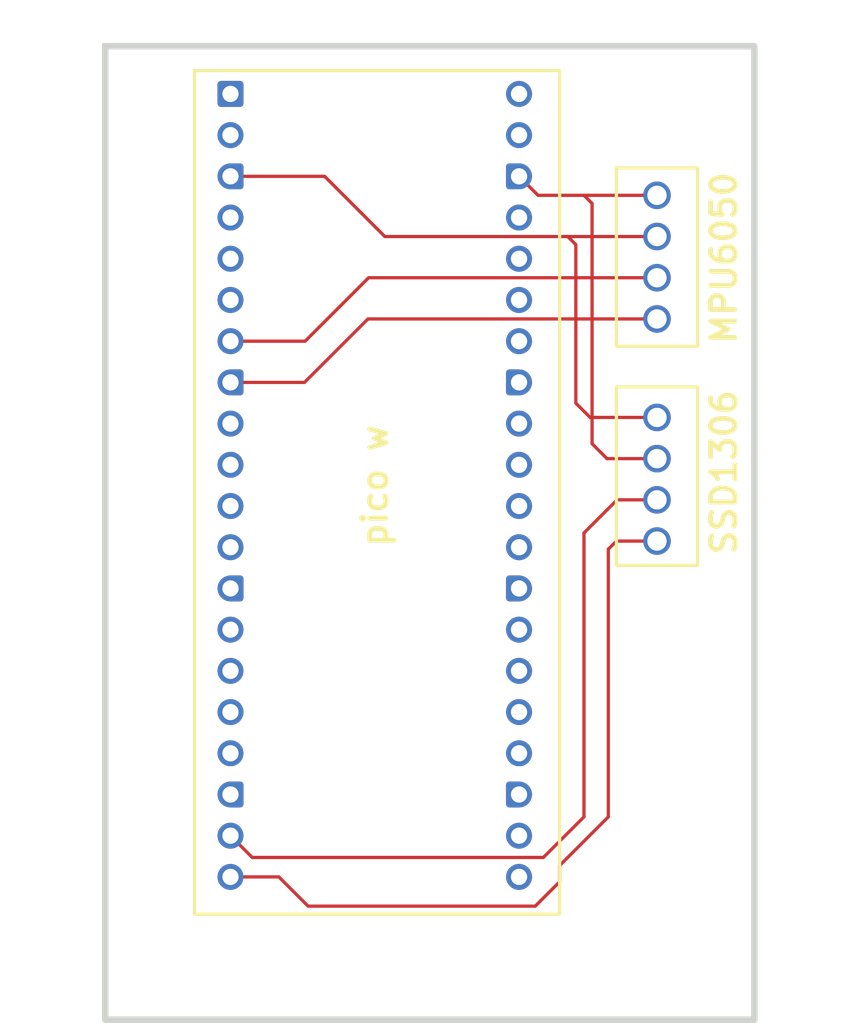
<source format=kicad_pcb>
(kicad_pcb (version 20241229) (generator "pcbnew") (generator_version "9.0")
  (layers (0 "F.Cu" signal) (2 "B.Cu" signal) (13 "F.Paste" user) (15 "B.Paste" user) (5 "F.SilkS" user "F.Silkscreen") (7 "B.SilkS" user "B.Silkscreen") (1 "F.Mask" user) (3 "B.Mask" user) (25 "Edge.Cuts" user))
  (net 0 "")
  (footprint "MountingHole:MountingHole_2.2mm_M2" (layer "F.Cu") (at 135 131)
    (property "Reference" "REF**" (hide yes))
    (property "Value" "MountingHole_2.2mm_M2")
    (pad "" np_thru_hole circle (at 0 0) (size 2.2 2.2) (drill 2.2) (layers "*.Cu" "*.Mask"))
  )
  (footprint "" (layer "F.Cu") (at 139.72 107.92)
    (property "Reference" "" (at 0 0 0) (layer "F.SilkS") (effects (font (size 1.27 1.27))))
    (property "Value" "")
    (pad "13" thru_hole custom (at 0 0) (size 1.6 1.6) (drill 1) (layers "*.Cu" "*.Mask") (options (clearance outline) (anchor circle)) (primitives (gr_poly (pts (xy 0.8 0.6) (xy 0.8 -0.6) (xy 0.6 -0.8) (xy 0 -0.8) (xy 0 0.8) (xy 0.6 0.8)) (width 0) (fill yes)) (gr_circle (center 0.6 0.6) (end 0.8 0.6) (width 0) (fill yes)) (gr_circle (center 0.6 -0.6) (end 0.8 -0.6) (width 0) (fill yes))))
  )
  (footprint "" (layer "F.Cu") (at 157.5 107.92)
    (property "Reference" "" (at 0 0 0) (layer "F.SilkS") (effects (font (size 1.27 1.27))))
    (property "Value" "")
    (pad "28" thru_hole custom (at 0 0) (size 1.6 1.6) (drill 1) (layers "*.Cu" "*.Mask") (options (clearance outline) (anchor circle)) (primitives (gr_poly (pts (xy -0.8 0.6) (xy -0.8 -0.6) (xy -0.6 -0.8) (xy 0 -0.8) (xy 0 0.8) (xy -0.6 0.8)) (width 0) (fill yes)) (gr_circle (center -0.6 0.6) (end -0.4 0.6) (width 0) (fill yes)) (gr_circle (center -0.6 -0.6) (end -0.4 -0.6) (width 0) (fill yes))))
  )
  (footprint "" (layer "F.Cu") (at 139.72 105.38)
    (property "Reference" "" (at 0 0 0) (layer "F.SilkS") (effects (font (size 1.27 1.27))))
    (property "Value" "")
    (pad "12" thru_hole circle (at 0 0) (size 1.6 1.6) (drill 1) (layers "*.Cu" "*.Mask"))
  )
  (footprint "" (layer "F.Cu") (at 157.5 87.6)
    (property "Reference" "" (at 0 0 0) (layer "F.SilkS") (effects (font (size 1.27 1.27))))
    (property "Value" "")
    (pad "36" thru_hole circle (at 0 0) (size 1.6 1.6) (drill 1) (layers "*.Cu" "*.Mask"))
  )
  (footprint "" (layer "F.Cu") (at 157.5 90.14)
    (property "Reference" "" (at 0 0 0) (layer "F.SilkS") (effects (font (size 1.27 1.27))))
    (property "Value" "")
    (pad "35" thru_hole circle (at 0 0) (size 1.6 1.6) (drill 1) (layers "*.Cu" "*.Mask"))
  )
  (footprint "" (layer "F.Cu") (at 157.5 105.38)
    (property "Reference" "" (at 0 0 0) (layer "F.SilkS") (effects (font (size 1.27 1.27))))
    (property "Value" "")
    (pad "29" thru_hole circle (at 0 0) (size 1.6 1.6) (drill 1) (layers "*.Cu" "*.Mask"))
  )
  (footprint "" (layer "F.Cu") (at 157.5 95.22)
    (property "Reference" "" (at 0 0 0) (layer "F.SilkS") (effects (font (size 1.27 1.27))))
    (property "Value" "")
    (pad "33" thru_hole custom (at 0 0) (size 1.6 1.6) (drill 1) (layers "*.Cu" "*.Mask") (options (clearance outline) (anchor circle)) (primitives (gr_poly (pts (xy -0.8 0.6) (xy -0.8 -0.6) (xy -0.6 -0.8) (xy 0 -0.8) (xy 0 0.8) (xy -0.6 0.8)) (width 0) (fill yes)) (gr_circle (center -0.6 0.6) (end -0.4 0.6) (width 0) (fill yes)) (gr_circle (center -0.6 -0.6) (end -0.4 -0.6) (width 0) (fill yes))))
  )
  (footprint "" (layer "F.Cu") (at 139.72 115.54)
    (property "Reference" "" (at 0 0 0) (layer "F.SilkS") (effects (font (size 1.27 1.27))))
    (property "Value" "")
    (pad "16" thru_hole circle (at 0 0) (size 1.6 1.6) (drill 1) (layers "*.Cu" "*.Mask"))
  )
  (footprint "" (layer "F.Cu") (at 139.72 102.84)
    (property "Reference" "" (at 0 0 0) (layer "F.SilkS") (effects (font (size 1.27 1.27))))
    (property "Value" "")
    (pad "11" thru_hole circle (at 0 0) (size 1.6 1.6) (drill 1) (layers "*.Cu" "*.Mask"))
  )
  (footprint "" (layer "F.Cu") (at 139.72 92.68)
    (property "Reference" "" (at 0 0 0) (layer "F.SilkS") (effects (font (size 1.27 1.27))))
    (property "Value" "")
    (pad "7" thru_hole circle (at 0 0) (size 1.6 1.6) (drill 1) (layers "*.Cu" "*.Mask"))
  )
  (footprint "" (layer "F.Cu") (at 157.5 102.84)
    (property "Reference" "" (at 0 0 0) (layer "F.SilkS") (effects (font (size 1.27 1.27))))
    (property "Value" "")
    (pad "30" thru_hole circle (at 0 0) (size 1.6 1.6) (drill 1) (layers "*.Cu" "*.Mask"))
  )
  (footprint "" (layer "F.Cu") (at 139.72 123.16)
    (property "Reference" "" (at 0 0 0) (layer "F.SilkS") (effects (font (size 1.27 1.27))))
    (property "Value" "")
    (pad "19" thru_hole circle (at 0 0) (size 1.6 1.6) (drill 1) (layers "*.Cu" "*.Mask"))
  )
  (footprint "" (layer "F.Cu") (at 157.5 113)
    (property "Reference" "" (at 0 0 0) (layer "F.SilkS") (effects (font (size 1.27 1.27))))
    (property "Value" "")
    (pad "26" thru_hole circle (at 0 0) (size 1.6 1.6) (drill 1) (layers "*.Cu" "*.Mask"))
  )
  (footprint "" (layer "F.Cu") (at 139.72 125.7)
    (property "Reference" "" (at 0 0 0) (layer "F.SilkS") (effects (font (size 1.27 1.27))))
    (property "Value" "")
    (pad "20" thru_hole circle (at 0 0) (size 1.6 1.6) (drill 1) (layers "*.Cu" "*.Mask"))
  )
  (footprint "" (layer "F.Cu") (at 139.72 85.06)
    (property "Reference" "" (at 0 0 0) (layer "F.SilkS") (effects (font (size 1.27 1.27))))
    (property "Value" "")
    (pad "4" thru_hole circle (at 0 0) (size 1.6 1.6) (drill 1) (layers "*.Cu" "*.Mask"))
  )
  (footprint "" (layer "F.Cu") (at 139.72 82.52)
    (property "Reference" "" (at 0 0 0) (layer "F.SilkS") (effects (font (size 1.27 1.27))))
    (property "Value" "")
    (pad "3" thru_hole custom (at 0 0) (size 1.6 1.6) (drill 1) (layers "*.Cu" "*.Mask") (options (clearance outline) (anchor circle)) (primitives (gr_poly (pts (xy 0.8 0.6) (xy 0.8 -0.6) (xy 0.6 -0.8) (xy 0 -0.8) (xy 0 0.8) (xy 0.6 0.8)) (width 0) (fill yes)) (gr_circle (center 0.6 0.6) (end 0.8 0.6) (width 0) (fill yes)) (gr_circle (center 0.6 -0.6) (end 0.8 -0.6) (width 0) (fill yes))))
  )
  (footprint "" (layer "F.Cu") (at 157.5 77.44)
    (property "Reference" "" (at 0 0 0) (layer "F.SilkS") (effects (font (size 1.27 1.27))))
    (property "Value" "")
    (pad "40" thru_hole circle (at 0 0) (size 1.6 1.6) (drill 1) (layers "*.Cu" "*.Mask"))
  )
  (footprint "" (layer "F.Cu") (at 157.5 125.7)
    (property "Reference" "" (at 0 0 0) (layer "F.SilkS") (effects (font (size 1.27 1.27))))
    (property "Value" "")
    (pad "21" thru_hole circle (at 0 0) (size 1.6 1.6) (drill 1) (layers "*.Cu" "*.Mask"))
  )
  (footprint "" (layer "F.Cu") (at 139.72 120.62)
    (property "Reference" "" (at 0 0 0) (layer "F.SilkS") (effects (font (size 1.27 1.27))))
    (property "Value" "")
    (pad "18" thru_hole custom (at 0 0) (size 1.6 1.6) (drill 1) (layers "*.Cu" "*.Mask") (options (clearance outline) (anchor circle)) (primitives (gr_poly (pts (xy 0.8 0.6) (xy 0.8 -0.6) (xy 0.6 -0.8) (xy 0 -0.8) (xy 0 0.8) (xy 0.6 0.8)) (width 0) (fill yes)) (gr_circle (center 0.6 0.6) (end 0.8 0.6) (width 0) (fill yes)) (gr_circle (center 0.6 -0.6) (end 0.8 -0.6) (width 0) (fill yes))))
  )
  (footprint "" (layer "F.Cu") (at 157.5 92.68)
    (property "Reference" "" (at 0 0 0) (layer "F.SilkS") (effects (font (size 1.27 1.27))))
    (property "Value" "")
    (pad "34" thru_hole circle (at 0 0) (size 1.6 1.6) (drill 1) (layers "*.Cu" "*.Mask"))
  )
  (footprint "" (layer "F.Cu") (at 139.72 77.44)
    (property "Reference" "" (at 0 0 0) (layer "F.SilkS") (effects (font (size 1.27 1.27))))
    (property "Value" "")
    (pad "1" thru_hole roundrect (at 0 0) (size 1.6 1.6) (drill 1) (layers "*.Cu" "*.Mask") (roundrect_rratio 0.125))
  )
  (footprint "" (layer "F.Cu") (at 139.72 97.76)
    (property "Reference" "" (at 0 0 0) (layer "F.SilkS") (effects (font (size 1.27 1.27))))
    (property "Value" "")
    (pad "9" thru_hole circle (at 0 0) (size 1.6 1.6) (drill 1) (layers "*.Cu" "*.Mask"))
  )
  (footprint "MountingHole:MountingHole_2.2mm_M2" (layer "F.Cu") (at 168 131)
    (property "Reference" "REF**" (hide yes))
    (property "Value" "MountingHole_2.2mm_M2")
    (pad "" np_thru_hole circle (at 0 0) (size 2.2 2.2) (drill 2.2) (layers "*.Cu" "*.Mask"))
  )
  (footprint "" (layer "F.Cu") (at 157.5 82.52)
    (property "Reference" "" (at 0 0 0) (layer "F.SilkS") (effects (font (size 1.27 1.27))))
    (property "Value" "")
    (pad "38" thru_hole custom (at 0 0) (size 1.6 1.6) (drill 1) (layers "*.Cu" "*.Mask") (options (clearance outline) (anchor circle)) (primitives (gr_poly (pts (xy -0.8 0.6) (xy -0.8 -0.6) (xy -0.6 -0.8) (xy 0 -0.8) (xy 0 0.8) (xy -0.6 0.8)) (width 0) (fill yes)) (gr_circle (center -0.6 0.6) (end -0.4 0.6) (width 0) (fill yes)) (gr_circle (center -0.6 -0.6) (end -0.4 -0.6) (width 0) (fill yes))))
  )
  (footprint "" (layer "F.Cu") (at 139.72 113)
    (property "Reference" "" (at 0 0 0) (layer "F.SilkS") (effects (font (size 1.27 1.27))))
    (property "Value" "")
    (pad "15" thru_hole circle (at 0 0) (size 1.6 1.6) (drill 1) (layers "*.Cu" "*.Mask"))
  )
  (footprint "" (layer "F.Cu") (at 157.5 110.46)
    (property "Reference" "" (at 0 0 0) (layer "F.SilkS") (effects (font (size 1.27 1.27))))
    (property "Value" "")
    (pad "27" thru_hole circle (at 0 0) (size 1.6 1.6) (drill 1) (layers "*.Cu" "*.Mask"))
  )
  (footprint "" (layer "F.Cu") (at 157.5 79.98)
    (property "Reference" "" (at 0 0 0) (layer "F.SilkS") (effects (font (size 1.27 1.27))))
    (property "Value" "")
    (pad "39" thru_hole circle (at 0 0) (size 1.6 1.6) (drill 1) (layers "*.Cu" "*.Mask"))
  )
  (footprint "" (layer "F.Cu") (at 157.5 118.08)
    (property "Reference" "" (at 0 0 0) (layer "F.SilkS") (effects (font (size 1.27 1.27))))
    (property "Value" "")
    (pad "24" thru_hole circle (at 0 0) (size 1.6 1.6) (drill 1) (layers "*.Cu" "*.Mask"))
  )
  (footprint "" (layer "F.Cu") (at 157.5 120.62)
    (property "Reference" "" (at 0 0 0) (layer "F.SilkS") (effects (font (size 1.27 1.27))))
    (property "Value" "")
    (pad "23" thru_hole custom (at 0 0) (size 1.6 1.6) (drill 1) (layers "*.Cu" "*.Mask") (options (clearance outline) (anchor circle)) (primitives (gr_poly (pts (xy -0.8 0.6) (xy -0.8 -0.6) (xy -0.6 -0.8) (xy 0 -0.8) (xy 0 0.8) (xy -0.6 0.8)) (width 0) (fill yes)) (gr_circle (center -0.6 0.6) (end -0.4 0.6) (width 0) (fill yes)) (gr_circle (center -0.6 -0.6) (end -0.4 -0.6) (width 0) (fill yes))))
  )
  (footprint "" (layer "F.Cu") (at 139.72 95.22)
    (property "Reference" "" (at 0 0 0) (layer "F.SilkS") (effects (font (size 1.27 1.27))))
    (property "Value" "")
    (pad "8" thru_hole custom (at 0 0) (size 1.6 1.6) (drill 1) (layers "*.Cu" "*.Mask") (options (clearance outline) (anchor circle)) (primitives (gr_poly (pts (xy 0.8 0.6) (xy 0.8 -0.6) (xy 0.6 -0.8) (xy 0 -0.8) (xy 0 0.8) (xy 0.6 0.8)) (width 0) (fill yes)) (gr_circle (center 0.6 0.6) (end 0.8 0.6) (width 0) (fill yes)) (gr_circle (center 0.6 -0.6) (end 0.8 -0.6) (width 0) (fill yes))))
  )
  (footprint "" (layer "F.Cu") (at 157.5 85.06)
    (property "Reference" "" (at 0 0 0) (layer "F.SilkS") (effects (font (size 1.27 1.27))))
    (property "Value" "")
    (pad "37" thru_hole circle (at 0 0) (size 1.6 1.6) (drill 1) (layers "*.Cu" "*.Mask"))
  )
  (footprint "" (layer "F.Cu") (at 139.72 79.98)
    (property "Reference" "" (at 0 0 0) (layer "F.SilkS") (effects (font (size 1.27 1.27))))
    (property "Value" "")
    (pad "2" thru_hole circle (at 0 0) (size 1.6 1.6) (drill 1) (layers "*.Cu" "*.Mask"))
  )
  (footprint "" (layer "F.Cu") (at 139.72 87.6)
    (property "Reference" "" (at 0 0 0) (layer "F.SilkS") (effects (font (size 1.27 1.27))))
    (property "Value" "")
    (pad "5" thru_hole circle (at 0 0) (size 1.6 1.6) (drill 1) (layers "*.Cu" "*.Mask"))
  )
  (footprint "" (layer "F.Cu") (at 139.72 100.3)
    (property "Reference" "" (at 0 0 0) (layer "F.SilkS") (effects (font (size 1.27 1.27))))
    (property "Value" "")
    (pad "10" thru_hole circle (at 0 0) (size 1.6 1.6) (drill 1) (layers "*.Cu" "*.Mask"))
  )
  (footprint "" (layer "F.Cu") (at 157.5 123.16)
    (property "Reference" "" (at 0 0 0) (layer "F.SilkS") (effects (font (size 1.27 1.27))))
    (property "Value" "")
    (pad "22" thru_hole circle (at 0 0) (size 1.6 1.6) (drill 1) (layers "*.Cu" "*.Mask"))
  )
  (footprint "MountingHole:MountingHole_2.2mm_M2" (layer "F.Cu") (at 167.5 78)
    (property "Reference" "REF**" (hide yes))
    (property "Value" "MountingHole_2.2mm_M2")
    (pad "" np_thru_hole circle (at 0 0) (size 2.2 2.2) (drill 2.2) (layers "*.Cu" "*.Mask"))
  )
  (footprint "" (layer "F.Cu") (at 139.72 118.08)
    (property "Reference" "" (at 0 0 0) (layer "F.SilkS") (effects (font (size 1.27 1.27))))
    (property "Value" "")
    (pad "17" thru_hole circle (at 0 0) (size 1.6 1.6) (drill 1) (layers "*.Cu" "*.Mask"))
  )
  (footprint "MountingHole:MountingHole_2.2mm_M2" (layer "F.Cu") (at 135.5 78)
    (property "Reference" "REF**" (hide yes))
    (property "Value" "MountingHole_2.2mm_M2")
    (pad "" np_thru_hole circle (at 0 0) (size 2.2 2.2) (drill 2.2) (layers "*.Cu" "*.Mask"))
  )
  (footprint "" (layer "F.Cu") (at 157.5 97.76)
    (property "Reference" "" (at 0 0 0) (layer "F.SilkS") (effects (font (size 1.27 1.27))))
    (property "Value" "")
    (pad "32" thru_hole circle (at 0 0) (size 1.6 1.6) (drill 1) (layers "*.Cu" "*.Mask"))
  )
  (footprint "" (layer "F.Cu") (at 157.5 115.54)
    (property "Reference" "" (at 0 0 0) (layer "F.SilkS") (effects (font (size 1.27 1.27))))
    (property "Value" "")
    (pad "25" thru_hole circle (at 0 0) (size 1.6 1.6) (drill 1) (layers "*.Cu" "*.Mask"))
  )
  (footprint "" (layer "F.Cu") (at 139.72 110.46)
    (property "Reference" "" (at 0 0 0) (layer "F.SilkS") (effects (font (size 1.27 1.27))))
    (property "Value" "")
    (pad "14" thru_hole circle (at 0 0) (size 1.6 1.6) (drill 1) (layers "*.Cu" "*.Mask"))
  )
  (footprint "" (layer "F.Cu") (at 157.5 100.3)
    (property "Reference" "" (at 0 0 0) (layer "F.SilkS") (effects (font (size 1.27 1.27))))
    (property "Value" "")
    (pad "31" thru_hole circle (at 0 0) (size 1.6 1.6) (drill 1) (layers "*.Cu" "*.Mask"))
  )
  (footprint "" (layer "F.Cu") (at 139.72 90.14)
    (property "Reference" "" (at 0 0 0) (layer "F.SilkS") (effects (font (size 1.27 1.27))))
    (property "Value" "")
    (pad "6" thru_hole circle (at 0 0) (size 1.6 1.6) (drill 1) (layers "*.Cu" "*.Mask"))
  )
  (gr_rect (start 163.5 95.5) (end 168.5 106.5) (stroke (width 0.2)) (fill no) (layer "F.SilkS"))
  (gr_rect (start 163.5 82) (end 168.5 93) (stroke (width 0.2)) (fill no) (layer "F.SilkS"))
  (gr_rect (start 137.5 76) (end 160 128) (stroke (width 0.2)) (fill no) (layer "F.SilkS"))
  (gr_rect (start 132 74.5) (end 172 134.5) (stroke (width 0.4)) (fill no) (layer "Edge.Cuts"))
  (gr_text "SSD1306" (at 171 106 90) (layer "F.SilkS") (effects (font (size 1.5 1.5) (thickness 0.3) (bold yes)) (justify left bottom)))
  (gr_text "pico w" (at 149.5 105.5 90) (layer "F.SilkS") (effects (font (size 1.5 1.5) (thickness 0.3) (bold yes)) (justify left bottom)))
  (gr_text "MPU6050" (at 171 93 90) (layer "F.SilkS") (effects (font (size 1.5 1.5) (thickness 0.3) (bold yes)) (justify left bottom)))
  (segment (start 166 86.23) (end 160.5 86.23) (width 0.2) (layer "F.Cu") (net 0))
  (segment (start 166 91.31) (end 148.19 91.31) (width 0.2) (layer "F.Cu") (net 0))
  (segment (start 163 105.5) (end 163 122) (width 0.2) (layer "F.Cu") (net 0))
  (segment (start 161.5 122) (end 159 124.5) (width 0.2) (layer "F.Cu") (net 0))
  (segment (start 166 99.92) (end 162.92 99.92) (width 0.2) (layer "F.Cu") (net 0))
  (segment (start 144.28 95.22) (end 139.72 95.22) (width 0.2) (layer "F.Cu") (net 0))
  (segment (start 160 125) (end 160 126) (width 0.2) (layer "F.Cu") (net 0))
  (segment (start 142.7 125.7) (end 139.72 125.7) (width 0.2) (layer "F.Cu") (net 0))
  (segment (start 163.54 102.46) (end 161.5 104.5) (width 0.2) (layer "F.Cu") (net 0))
  (segment (start 166 97.38) (end 161.88 97.38) (width 0.2) (layer "F.Cu") (net 0))
  (segment (start 163.5 105) (end 163 105.5) (width 0.2) (layer "F.Cu") (net 0))
  (segment (start 161.88 97.38) (end 161 96.5) (width 0.2) (layer "F.Cu") (net 0))
  (segment (start 160.5 86.23) (end 149.23 86.23) (width 0.2) (layer "F.Cu") (net 0))
  (segment (start 158.5 127.5) (end 144.5 127.5) (width 0.2) (layer "F.Cu") (net 0))
  (segment (start 166 102.46) (end 163.54 102.46) (width 0.2) (layer "F.Cu") (net 0))
  (segment (start 162.92 99.92) (end 162 99) (width 0.2) (layer "F.Cu") (net 0))
  (segment (start 141.06 124.5) (end 139.72 123.16) (width 0.2) (layer "F.Cu") (net 0))
  (segment (start 148.19 91.31) (end 144.28 95.22) (width 0.2) (layer "F.Cu") (net 0))
  (segment (start 166 105) (end 163.5 105) (width 0.2) (layer "F.Cu") (net 0))
  (segment (start 144.32 92.68) (end 139.72 92.68) (width 0.2) (layer "F.Cu") (net 0))
  (segment (start 163 122) (end 160 125) (width 0.2) (layer "F.Cu") (net 0))
  (segment (start 149.23 86.23) (end 145.52 82.52) (width 0.2) (layer "F.Cu") (net 0))
  (segment (start 161.5 83.69) (end 158.67 83.69) (width 0.2) (layer "F.Cu") (net 0))
  (segment (start 158.67 83.69) (end 157.5 82.52) (width 0.2) (layer "F.Cu") (net 0))
  (segment (start 159 124.5) (end 141.06 124.5) (width 0.2) (layer "F.Cu") (net 0))
  (segment (start 148.23 88.77) (end 144.32 92.68) (width 0.2) (layer "F.Cu") (net 0))
  (segment (start 166 83.69) (end 161.5 83.69) (width 0.2) (layer "F.Cu") (net 0))
  (segment (start 166 88.77) (end 148.23 88.77) (width 0.2) (layer "F.Cu") (net 0))
  (segment (start 161.5 104.5) (end 161.5 122) (width 0.2) (layer "F.Cu") (net 0))
  (segment (start 160 126) (end 158.5 127.5) (width 0.2) (layer "F.Cu") (net 0))
  (segment (start 162 99) (end 162 84.19) (width 0.2) (layer "F.Cu") (net 0))
  (segment (start 161 86.73) (end 160.5 86.23) (width 0.2) (layer "F.Cu") (net 0))
  (segment (start 144.5 127.5) (end 142.7 125.7) (width 0.2) (layer "F.Cu") (net 0))
  (segment (start 145.52 82.52) (end 139.72 82.52) (width 0.2) (layer "F.Cu") (net 0))
  (segment (start 162 84.19) (end 161.5 83.69) (width 0.2) (layer "F.Cu") (net 0))
  (segment (start 161 96.5) (end 161 86.73) (width 0.2) (layer "F.Cu") (net 0))
  (via (at 166 83.69) (size 1.7) (drill 1.19) (layers "F.Cu" "B.Cu") (net 0))
  (via (at 166 99.92) (size 1.7) (drill 1.19) (layers "F.Cu" "B.Cu") (net 0))
  (via (at 166 91.31) (size 1.7) (drill 1.19) (layers "F.Cu" "B.Cu") (net 0))
  (via (at 166 86.23) (size 1.7) (drill 1.19) (layers "F.Cu" "B.Cu") (net 0))
  (via (at 166 88.77) (size 1.7) (drill 1.19) (layers "F.Cu" "B.Cu") (net 0))
  (via (at 166 97.38) (size 1.7) (drill 1.19) (layers "F.Cu" "B.Cu") (net 0))
  (via (at 166 102.46) (size 1.7) (drill 1.19) (layers "F.Cu" "B.Cu") (net 0))
  (via (at 166 105) (size 1.7) (drill 1.19) (layers "F.Cu" "B.Cu") (net 0))
)
</source>
